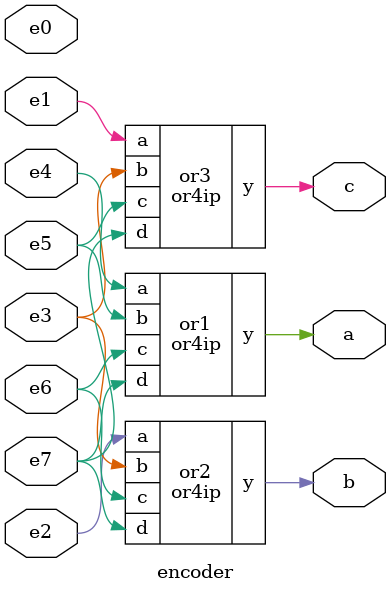
<source format=v>
module or4ip(y,a,b,c,d);
input a,b,c,d;
output y;
assign y=a|b|c|d;
endmodule

module encoder(e0,e1,e2,e3,e4,e5,e6,e7,a,b,c);
input e0,e1,e2,e3,e4,e5,e6,e7;
output a,b,c;
or4ip or1(a,e4,e5,e6,e7);
or4ip or2(b,e2,e3,e6,e7);
or4ip or3(c,e1,e3,e5,e7);
endmodule



</source>
